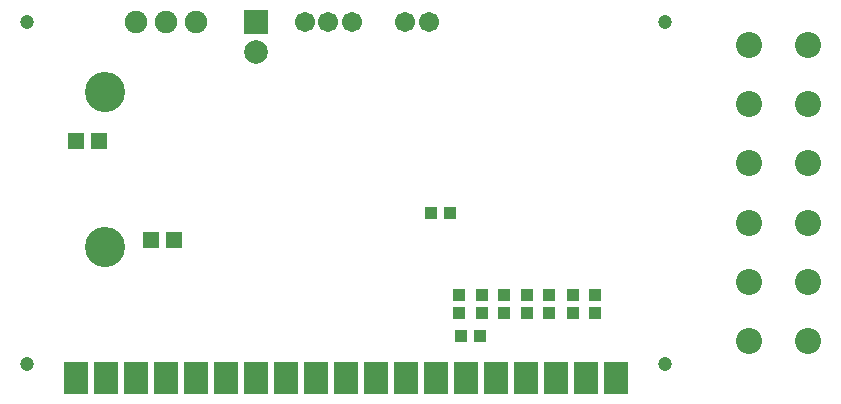
<source format=gbs>
%FSLAX43Y43*%
%MOMM*%
G71*
G01*
G75*
G04 Layer_Color=16711935*
%ADD10R,2.880X1.120*%
%ADD11R,0.800X0.900*%
%ADD12R,0.900X1.270*%
%ADD13R,1.000X1.800*%
%ADD14R,1.400X1.200*%
%ADD15R,0.300X1.600*%
%ADD16R,1.600X0.300*%
%ADD17R,0.900X0.800*%
%ADD18R,0.508X0.559*%
%ADD19R,1.270X0.900*%
G04:AMPARAMS|DCode=20|XSize=1.9mm|YSize=3.3mm|CornerRadius=0mm|HoleSize=0mm|Usage=FLASHONLY|Rotation=180.000|XOffset=0mm|YOffset=0mm|HoleType=Round|Shape=Octagon|*
%AMOCTAGOND20*
4,1,8,0.475,-1.650,-0.475,-1.650,-0.950,-1.175,-0.950,1.175,-0.475,1.650,0.475,1.650,0.950,1.175,0.950,-1.175,0.475,-1.650,0.0*
%
%ADD20OCTAGOND20*%

%ADD21R,0.700X1.800*%
%ADD22R,0.700X1.350*%
%ADD23R,0.800X0.800*%
%ADD24R,1.600X2.200*%
%ADD25R,1.350X0.400*%
%ADD26R,1.900X1.900*%
%ADD27R,1.900X1.800*%
%ADD28R,0.600X1.400*%
%ADD29R,1.800X2.500*%
%ADD30C,0.200*%
%ADD31C,0.400*%
%ADD32C,0.300*%
%ADD33R,0.550X11.375*%
%ADD34R,0.550X2.225*%
%ADD35R,0.550X2.300*%
%ADD36R,1.975X0.550*%
%ADD37R,1.400X0.400*%
%ADD38R,0.400X1.400*%
%ADD39R,1.400X0.400*%
%ADD40R,2.150X0.500*%
%ADD41R,0.500X2.150*%
%ADD42C,0.600*%
%ADD43C,3.200*%
%ADD44C,1.000*%
%ADD45R,1.800X1.800*%
%ADD46C,1.800*%
%ADD47C,1.500*%
%ADD48C,1.700*%
%ADD49C,2.000*%
%ADD50R,1.143X1.270*%
%ADD51R,4.800X0.650*%
%ADD52R,0.650X4.800*%
%ADD53R,3.175X0.650*%
%ADD54R,0.500X3.425*%
%ADD55R,3.425X0.500*%
%ADD56R,3.625X0.600*%
%ADD57R,0.600X3.625*%
%ADD58C,0.254*%
%ADD59R,1.550X3.125*%
%ADD60R,3.083X1.323*%
%ADD61R,1.003X1.103*%
%ADD62R,1.103X1.473*%
%ADD63R,1.203X2.003*%
%ADD64R,1.603X1.403*%
%ADD65R,0.503X1.803*%
%ADD66R,1.803X0.503*%
%ADD67R,1.103X1.003*%
%ADD68R,0.711X0.762*%
%ADD69R,1.473X1.103*%
G04:AMPARAMS|DCode=70|XSize=2.103mm|YSize=3.503mm|CornerRadius=0mm|HoleSize=0mm|Usage=FLASHONLY|Rotation=180.000|XOffset=0mm|YOffset=0mm|HoleType=Round|Shape=Octagon|*
%AMOCTAGOND70*
4,1,8,0.526,-1.752,-0.526,-1.752,-1.052,-1.226,-1.052,1.226,-0.526,1.752,0.526,1.752,1.052,1.226,1.052,-1.226,0.526,-1.752,0.0*
%
%ADD70OCTAGOND70*%

%ADD71R,0.903X2.003*%
%ADD72R,0.903X1.553*%
%ADD73R,1.003X1.003*%
%ADD74R,1.803X2.403*%
%ADD75R,1.553X0.603*%
%ADD76R,2.103X2.103*%
%ADD77R,2.103X2.003*%
%ADD78R,0.803X1.603*%
%ADD79R,2.003X2.703*%
%ADD80C,3.403*%
%ADD81C,1.203*%
%ADD82R,2.003X2.003*%
%ADD83C,2.003*%
%ADD84C,1.703*%
%ADD85C,1.903*%
%ADD86C,2.203*%
%ADD87R,1.346X1.473*%
D61*
X92125Y81625D02*
D03*
X90525D02*
D03*
X88000Y92000D02*
D03*
X89600D02*
D03*
D67*
X101900Y85100D02*
D03*
Y83500D02*
D03*
X100000D02*
D03*
Y85100D02*
D03*
X98000Y83500D02*
D03*
Y85100D02*
D03*
X96100Y83500D02*
D03*
Y85100D02*
D03*
X94200D02*
D03*
Y83500D02*
D03*
X92300Y85100D02*
D03*
Y83500D02*
D03*
X90400D02*
D03*
Y85100D02*
D03*
D79*
X103660Y78000D02*
D03*
X101120D02*
D03*
X78260D02*
D03*
X80800D02*
D03*
X83340D02*
D03*
X85880D02*
D03*
X88420D02*
D03*
X90960D02*
D03*
X93500D02*
D03*
X75720D02*
D03*
X73180D02*
D03*
X70640D02*
D03*
X68100D02*
D03*
X65560D02*
D03*
X63020D02*
D03*
X60480D02*
D03*
X57940D02*
D03*
X96040D02*
D03*
X98580D02*
D03*
D80*
X60400Y102270D02*
D03*
Y89130D02*
D03*
D81*
X107800Y79200D02*
D03*
X53800D02*
D03*
X107800Y108200D02*
D03*
X53800D02*
D03*
D82*
X73180D02*
D03*
D83*
Y105660D02*
D03*
D84*
X87800Y108200D02*
D03*
X85800D02*
D03*
X81300D02*
D03*
X79300D02*
D03*
X77300D02*
D03*
D85*
X63020D02*
D03*
X68100D02*
D03*
X65560D02*
D03*
D86*
X114900Y106200D02*
D03*
Y101200D02*
D03*
Y96200D02*
D03*
X119900D02*
D03*
X114900Y91200D02*
D03*
X119900D02*
D03*
X114900Y86200D02*
D03*
X119900D02*
D03*
X114900Y81200D02*
D03*
X119900D02*
D03*
Y101200D02*
D03*
Y106200D02*
D03*
D87*
X64250Y89700D02*
D03*
X66250D02*
D03*
X57900Y98100D02*
D03*
X59900D02*
D03*
M02*

</source>
